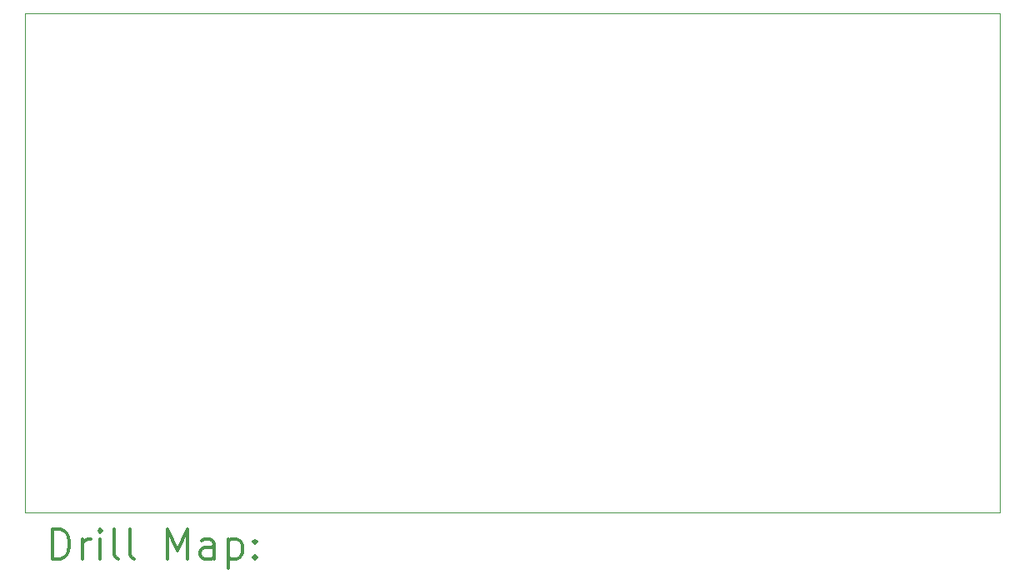
<source format=gbr>
%FSLAX45Y45*%
G04 Gerber Fmt 4.5, Leading zero omitted, Abs format (unit mm)*
G04 Created by KiCad (PCBNEW 5.99.0+really5.1.10+dfsg1-1) date 2022-02-16 20:00:36*
%MOMM*%
%LPD*%
G01*
G04 APERTURE LIST*
%TA.AperFunction,Profile*%
%ADD10C,0.050000*%
%TD*%
%ADD11C,0.200000*%
%ADD12C,0.300000*%
G04 APERTURE END LIST*
D10*
X2540000Y-7620000D02*
X2540000Y-2540000D01*
X12446000Y-7620000D02*
X2540000Y-7620000D01*
X12446000Y-2540000D02*
X12446000Y-7620000D01*
X2540000Y-2540000D02*
X12446000Y-2540000D01*
D11*
D12*
X2823928Y-8088214D02*
X2823928Y-7788214D01*
X2895357Y-7788214D01*
X2938214Y-7802500D01*
X2966786Y-7831071D01*
X2981071Y-7859643D01*
X2995357Y-7916786D01*
X2995357Y-7959643D01*
X2981071Y-8016786D01*
X2966786Y-8045357D01*
X2938214Y-8073929D01*
X2895357Y-8088214D01*
X2823928Y-8088214D01*
X3123928Y-8088214D02*
X3123928Y-7888214D01*
X3123928Y-7945357D02*
X3138214Y-7916786D01*
X3152500Y-7902500D01*
X3181071Y-7888214D01*
X3209643Y-7888214D01*
X3309643Y-8088214D02*
X3309643Y-7888214D01*
X3309643Y-7788214D02*
X3295357Y-7802500D01*
X3309643Y-7816786D01*
X3323928Y-7802500D01*
X3309643Y-7788214D01*
X3309643Y-7816786D01*
X3495357Y-8088214D02*
X3466786Y-8073929D01*
X3452500Y-8045357D01*
X3452500Y-7788214D01*
X3652500Y-8088214D02*
X3623928Y-8073929D01*
X3609643Y-8045357D01*
X3609643Y-7788214D01*
X3995357Y-8088214D02*
X3995357Y-7788214D01*
X4095357Y-8002500D01*
X4195357Y-7788214D01*
X4195357Y-8088214D01*
X4466786Y-8088214D02*
X4466786Y-7931071D01*
X4452500Y-7902500D01*
X4423928Y-7888214D01*
X4366786Y-7888214D01*
X4338214Y-7902500D01*
X4466786Y-8073929D02*
X4438214Y-8088214D01*
X4366786Y-8088214D01*
X4338214Y-8073929D01*
X4323928Y-8045357D01*
X4323928Y-8016786D01*
X4338214Y-7988214D01*
X4366786Y-7973929D01*
X4438214Y-7973929D01*
X4466786Y-7959643D01*
X4609643Y-7888214D02*
X4609643Y-8188214D01*
X4609643Y-7902500D02*
X4638214Y-7888214D01*
X4695357Y-7888214D01*
X4723928Y-7902500D01*
X4738214Y-7916786D01*
X4752500Y-7945357D01*
X4752500Y-8031071D01*
X4738214Y-8059643D01*
X4723928Y-8073929D01*
X4695357Y-8088214D01*
X4638214Y-8088214D01*
X4609643Y-8073929D01*
X4881071Y-8059643D02*
X4895357Y-8073929D01*
X4881071Y-8088214D01*
X4866786Y-8073929D01*
X4881071Y-8059643D01*
X4881071Y-8088214D01*
X4881071Y-7902500D02*
X4895357Y-7916786D01*
X4881071Y-7931071D01*
X4866786Y-7916786D01*
X4881071Y-7902500D01*
X4881071Y-7931071D01*
M02*

</source>
